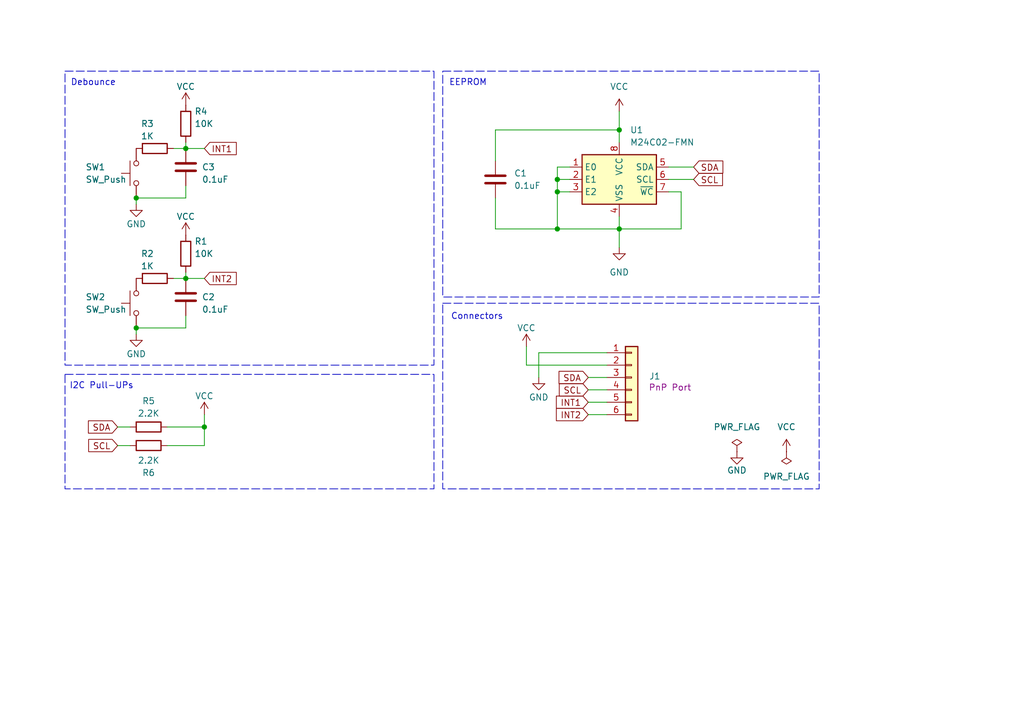
<source format=kicad_sch>
(kicad_sch (version 20231120) (generator "eeschema") (generator_version "8.0")
  (paper "A5")
  (title_block (title "PlugAndPlay 2 Buttons Input") (date "2025-05-18") (rev "2") (company "A.B. Yazamut"))
  (lib_symbols
    (symbol "Connector_Generic:Conn_01x06" (pin_names (offset 1.016) hide)
      (property "Reference" "J" (at 0 7.62 0))
      (property "Value" "Conn_01x06" (at 0 -10.16 0))
      (symbol "Conn_01x06_1_1"
        (rectangle (start -1.27 -7.493) (end 0 -7.747) (stroke (width 0.1524)))
        (rectangle (start -1.27 -4.953) (end 0 -5.207) (stroke (width 0.1524)))
        (rectangle (start -1.27 -2.413) (end 0 -2.667) (stroke (width 0.1524)))
        (rectangle (start -1.27 0.127) (end 0 -0.127) (stroke (width 0.1524)))
        (rectangle (start -1.27 2.667) (end 0 2.413) (stroke (width 0.1524)))
        (rectangle (start -1.27 5.207) (end 0 4.953) (stroke (width 0.1524)))
        (rectangle (start -1.27 6.35) (end 1.27 -8.89) (stroke (width 0.254)) (fill (type background)))
        (pin passive line (at -5.08 5.08 0) (length 3.81) (name "Pin_1") (number "1"))
        (pin passive line (at -5.08 2.54 0) (length 3.81) (name "Pin_2") (number "2"))
        (pin passive line (at -5.08 0 0) (length 3.81) (name "Pin_3") (number "3"))
        (pin passive line (at -5.08 -2.54 0) (length 3.81) (name "Pin_4") (number "4"))
        (pin passive line (at -5.08 -5.08 0) (length 3.81) (name "Pin_5") (number "5"))
        (pin passive line (at -5.08 -7.62 0) (length 3.81) (name "Pin_6") (number "6"))
      )
    )
    (symbol "Device:C" (pin_numbers hide) (pin_names (offset 0.254))
      (property "Reference" "C" (at 0.635 2.54 0))
      (property "Value" "C" (at 0.635 -2.54 0))
      (symbol "C_0_1"
        (polyline (pts (xy -2.032 -0.762) (xy 2.032 -0.762)) (stroke (width 0.508)))
        (polyline (pts (xy -2.032 0.762) (xy 2.032 0.762)) (stroke (width 0.508)))
      )
      (symbol "C_1_1"
        (pin passive line (at 0 3.81 270) (length 2.794) (name "~") (number "1"))
        (pin passive line (at 0 -3.81 90) (length 2.794) (name "~") (number "2"))
      )
    )
    (symbol "Device:R" (pin_numbers hide) (pin_names (offset 0))
      (property "Reference" "R" (at 2.032 0 90))
      (property "Value" "R" (at 0 0 90))
      (symbol "R_0_1"
        (rectangle (start -1.016 -2.54) (end 1.016 2.54) (stroke (width 0.254)))
      )
      (symbol "R_1_1"
        (pin passive line (at 0 3.81 270) (length 1.27) (name "~") (number "1"))
        (pin passive line (at 0 -3.81 90) (length 1.27) (name "~") (number "2"))
      )
    )
    (symbol "Memory_EEPROM:M24C02-FMN"
      (property "Reference" "U" (at -6.35 6.35 0))
      (property "Value" "M24C02-FMN" (at 7.62 6.35 0))
      (symbol "M24C02-FMN_0_1"
        (rectangle (start -7.62 5.08) (end 7.62 -5.08) (stroke (width 0.254)) (fill (type background)))
      )
      (symbol "M24C02-FMN_1_1"
        (pin input line (at -10.16 2.54 0) (length 2.54) (name "E0") (number "1"))
        (pin input line (at -10.16 0 0) (length 2.54) (name "E1") (number "2"))
        (pin input line (at -10.16 -2.54 0) (length 2.54) (name "E2") (number "3"))
        (pin power_in line (at 0 -7.62 90) (length 2.54) (name "VSS") (number "4"))
        (pin bidirectional line (at 10.16 2.54 180) (length 2.54) (name "SDA") (number "5"))
        (pin input line (at 10.16 0 180) (length 2.54) (name "SCL") (number "6"))
        (pin input line (at 10.16 -2.54 180) (length 2.54) (name "~{WC}") (number "7"))
        (pin power_in line (at 0 7.62 270) (length 2.54) (name "VCC") (number "8"))
      )
    )
    (symbol "Switch:SW_Push" (pin_numbers hide) (pin_names (offset 1.016) hide)
      (property "Reference" "SW" (at 1.27 2.54 0))
      (property "Value" "SW_Push" (at 0 -1.524 0))
      (symbol "SW_Push_0_1"
        (circle (center -2.032 0) (radius 0.508))
        (polyline (pts (xy 0 1.27) (xy 0 3.048)))
        (polyline (pts (xy 2.54 1.27) (xy -2.54 1.27)))
        (circle (center 2.032 0) (radius 0.508))
        (pin passive line (at -5.08 0 0) (length 2.54) (name "1") (number "1"))
        (pin passive line (at 5.08 0 180) (length 2.54) (name "2") (number "2"))
      )
    )
    (symbol "power:GND" (power) (pin_numbers hide) (pin_names (offset 0) hide)
      (property "Value" "GND" (at 0 -3.81 0))
      (symbol "GND_0_1"
        (polyline (pts (xy 0 0) (xy 0 -1.27) (xy 1.27 -1.27) (xy 0 -2.54) (xy -1.27 -1.27) (xy 0 -1.27)))
      )
      (symbol "GND_1_1"
        (pin power_in line (at 0 0 270) (length 0) (name "~") (number "1"))
      )
    )
    (symbol "power:PWR_FLAG" (power) (pin_numbers hide) (pin_names (offset 0) hide)
      (property "Value" "PWR_FLAG" (at 0 3.81 0))
      (symbol "PWR_FLAG_0_0"
        (pin power_out line (at 0 0 90) (length 0) (name "~") (number "1"))
      )
      (symbol "PWR_FLAG_0_1"
        (polyline (pts (xy 0 0) (xy 0 1.27) (xy -1.016 1.905) (xy 0 2.54) (xy 1.016 1.905) (xy 0 1.27)))
      )
    )
    (symbol "power:VCC" (power) (pin_numbers hide) (pin_names (offset 0) hide)
      (property "Value" "VCC" (at 0 3.556 0))
      (symbol "VCC_0_1"
        (polyline (pts (xy -0.762 1.27) (xy 0 2.54)))
        (polyline (pts (xy 0 0) (xy 0 2.54)))
        (polyline (pts (xy 0 2.54) (xy 0.762 1.27)))
      )
      (symbol "VCC_1_1"
        (pin power_in line (at 0 0 90) (length 0) (name "~") (number "1"))
      )
    )
  )
  (junction (at 114.3 46.99))
  (junction (at 27.94 67.31))
  (junction (at 114.3 36.83))
  (junction (at 38.1 30.48))
  (junction (at 38.1 57.15))
  (junction (at 114.3 39.37))
  (junction (at 127 46.99))
  (junction (at 27.94 40.64))
  (junction (at 41.91 87.63))
  (junction (at 127 26.67))
  (wire (pts (xy 101.6 40.64) (xy 101.6 46.99)))
  (wire (pts (xy 38.1 57.15) (xy 38.1 55.88)))
  (wire (pts (xy 114.3 34.29) (xy 116.84 34.29)))
  (wire (pts (xy 101.6 46.99) (xy 114.3 46.99)))
  (wire (pts (xy 110.49 72.39) (xy 124.46 72.39)))
  (wire (pts (xy 38.1 64.77) (xy 38.1 67.31)))
  (wire (pts (xy 34.29 91.44) (xy 41.91 91.44)))
  (wire (pts (xy 41.91 87.63) (xy 41.91 85.09)))
  (wire (pts (xy 137.16 34.29) (xy 142.24 34.29)))
  (wire (pts (xy 114.3 36.83) (xy 114.3 39.37)))
  (wire (pts (xy 114.3 39.37) (xy 114.3 46.99)))
  (wire (pts (xy 127 46.99) (xy 139.7 46.99)))
  (wire (pts (xy 27.94 41.91) (xy 27.94 40.64)))
  (wire (pts (xy 114.3 46.99) (xy 127 46.99)))
  (wire (pts (xy 116.84 39.37) (xy 114.3 39.37)))
  (wire (pts (xy 38.1 38.1) (xy 38.1 40.64)))
  (wire (pts (xy 35.56 57.15) (xy 38.1 57.15)))
  (wire (pts (xy 24.13 87.63) (xy 26.67 87.63)))
  (wire (pts (xy 116.84 36.83) (xy 114.3 36.83)))
  (wire (pts (xy 101.6 26.67) (xy 127 26.67)))
  (wire (pts (xy 38.1 40.64) (xy 27.94 40.64)))
  (wire (pts (xy 137.16 39.37) (xy 139.7 39.37)))
  (wire (pts (xy 120.65 82.55) (xy 124.46 82.55)))
  (wire (pts (xy 127 46.99) (xy 127 50.8)))
  (wire (pts (xy 127 44.45) (xy 127 46.99)))
  (wire (pts (xy 139.7 39.37) (xy 139.7 46.99)))
  (wire (pts (xy 27.94 68.58) (xy 27.94 67.31)))
  (wire (pts (xy 114.3 36.83) (xy 114.3 34.29)))
  (wire (pts (xy 34.29 87.63) (xy 41.91 87.63)))
  (wire (pts (xy 120.65 77.47) (xy 124.46 77.47)))
  (wire (pts (xy 101.6 33.02) (xy 101.6 26.67)))
  (wire (pts (xy 110.49 72.39) (xy 110.49 77.47)))
  (wire (pts (xy 107.95 74.93) (xy 124.46 74.93)))
  (wire (pts (xy 38.1 30.48) (xy 41.91 30.48)))
  (wire (pts (xy 35.56 30.48) (xy 38.1 30.48)))
  (wire (pts (xy 24.13 91.44) (xy 26.67 91.44)))
  (wire (pts (xy 127 22.86) (xy 127 26.67)))
  (wire (pts (xy 120.65 85.09) (xy 124.46 85.09)))
  (wire (pts (xy 38.1 67.31) (xy 27.94 67.31)))
  (wire (pts (xy 120.65 80.01) (xy 124.46 80.01)))
  (wire (pts (xy 38.1 30.48) (xy 38.1 29.21)))
  (wire (pts (xy 38.1 57.15) (xy 41.91 57.15)))
  (wire (pts (xy 127 26.67) (xy 127 29.21)))
  (wire (pts (xy 107.95 74.93) (xy 107.95 71.12)))
  (wire (pts (xy 41.91 91.44) (xy 41.91 87.63)))
  (wire (pts (xy 137.16 36.83) (xy 142.24 36.83)))
  (rectangle (start 13.335 14.605) (end 89 74.93) (stroke (width 0) (type dash)))
  (rectangle (start 90.8 62.23) (end 168 100.33) (stroke (width 0) (type dash)))
  (rectangle (start 13.335 76.835) (end 89 100.33) (stroke (width 0) (type dash)))
  (rectangle (start 90.8 14.605) (end 168 60.96) (stroke (width 0) (type dash)))
  (text "EEPROM" (at 92.075 17.78 0) (effects (font (size 1.27 1.27)) (justify left bottom)))
  (text "Connectors" (at 92.456 65.786 0) (effects (font (size 1.27 1.27)) (justify left bottom)))
  (text "I2C Pull-UPs" (at 14.224 80.01 0) (effects (font (size 1.27 1.27)) (justify left bottom)))
  (text "Debounce" (at 14.478 17.78 0) (effects (font (size 1.27 1.27)) (justify left bottom)))
  (global_label "SDA" (shape input) (at 120.65 77.47 180) (property "Intersheetrefs" "${INTERSHEET_REFS}" (effects (hide yes))))
  (global_label "SCL" (shape input) (at 142.24 36.83 0) (property "Intersheetrefs" "${INTERSHEET_REFS}" (effects (hide yes))))
  (global_label "INT1" (shape input) (at 120.65 82.55 180) (property "Intersheetrefs" "${INTERSHEET_REFS}" (effects (hide yes))))
  (global_label "INT1" (shape input) (at 41.91 30.48 0) (property "Intersheetrefs" "${INTERSHEET_REFS}" (effects (hide yes))))
  (global_label "SCL" (shape input) (at 120.65 80.01 180) (property "Intersheetrefs" "${INTERSHEET_REFS}" (effects (hide yes))))
  (global_label "SCL" (shape input) (at 24.13 91.44 180) (property "Intersheetrefs" "${INTERSHEET_REFS}" (effects (hide yes))))
  (global_label "INT2" (shape input) (at 41.91 57.15 0) (property "Intersheetrefs" "${INTERSHEET_REFS}" (effects (hide yes))))
  (global_label "SDA" (shape input) (at 24.13 87.63 180) (property "Intersheetrefs" "${INTERSHEET_REFS}" (effects (hide yes))))
  (global_label "SDA" (shape input) (at 142.24 34.29 0) (property "Intersheetrefs" "${INTERSHEET_REFS}" (effects (hide yes))))
  (global_label "INT2" (shape input) (at 120.65 85.09 180) (property "Intersheetrefs" "${INTERSHEET_REFS}" (effects (hide yes))))
  (symbol (lib_id "power:VCC") (at 161.29 92.71 0) (unit 1)
    (property "Reference" "#PWR06" (effects (hide yes)))
    (property "Value" "VCC" (at 161.29 87.63 0))
    (property "Description" "Power symbol creates a global label with name \"VCC\"" (effects (hide yes)))
  )
  (symbol (lib_id "power:VCC") (at 38.1 21.59 0) (mirror y) (unit 1)
    (property "Reference" "#PWR09" (effects (hide yes)))
    (property "Value" "VCC" (at 38.1 17.78 0))
    (property "Description" "Power symbol creates a global label with name \"VCC\"" (effects (hide yes)))
  )
  (symbol (lib_id "power:VCC") (at 127 22.86 0) (unit 1)
    (property "Reference" "#PWR03" (effects (hide yes)))
    (property "Value" "VCC" (at 127 17.78 0))
    (property "Description" "Power symbol creates a global label with name \"VCC\"" (effects (hide yes)))
  )
  (symbol (lib_id "Device:R") (at 30.48 87.63 90) (unit 1)
    (property "Reference" "R5" (at 30.48 82.296 90))
    (property "Value" "2.2K" (at 30.48 84.836 90))
    (property "Footprint" "Resistor_SMD:R_0603_1608Metric" (effects (hide yes)))
    (property "Description" "Resistor" (effects (hide yes)))
    (property "MPN" "C4190" (effects (hide yes)))
    (property "Feeder" "8mm" (effects (hide yes)))
  )
  (symbol (lib_id "power:GND") (at 127 50.8 0) (unit 1)
    (property "Reference" "#PWR04" (effects (hide yes)))
    (property "Value" "GND" (at 127 55.88 0))
    (property "Description" "Power symbol creates a global label with name \"GND\" , ground" (effects (hide yes)))
  )
  (symbol (lib_id "power:PWR_FLAG") (at 151.13 92.71 0) (unit 1)
    (property "Reference" "#FLG01" (effects (hide yes)))
    (property "Value" "PWR_FLAG" (at 151.13 87.63 0))
    (property "Description" "Special symbol for telling ERC where power comes from" (effects (hide yes)))
  )
  (symbol (lib_id "power:GND") (at 110.49 77.47 0) (mirror y) (unit 1)
    (property "Reference" "#PWR01" (effects (hide yes)))
    (property "Value" "GND" (at 110.49 81.534 0))
    (property "Description" "Power symbol creates a global label with name \"GND\" , ground" (effects (hide yes)))
  )
  (symbol (lib_id "Device:R") (at 31.75 30.48 90) (unit 1)
    (property "Reference" "R3" (at 30.226 25.4 90))
    (property "Value" "1K" (at 30.226 27.94 90))
    (property "Footprint" "Resistor_SMD:R_0603_1608Metric" (effects (hide yes)))
    (property "Description" "Resistor" (effects (hide yes)))
    (property "MPN" "C21190" (effects (hide yes)))
    (property "Feeder" "8mm" (effects (hide yes)))
  )
  (symbol (lib_id "power:GND") (at 27.94 68.58 0) (mirror y) (unit 1)
    (property "Reference" "#PWR02" (effects (hide yes)))
    (property "Value" "GND" (at 27.94 72.644 0))
    (property "Description" "Power symbol creates a global label with name \"GND\" , ground" (effects (hide yes)))
  )
  (symbol (lib_id "Device:C") (at 38.1 34.29 0) (unit 1)
    (property "Reference" "C3" (at 41.402 34.29 0) (effects (justify left)))
    (property "Value" "0.1uF" (at 41.402 36.83 0) (effects (justify left)))
    (property "Footprint" "Capacitor_SMD:C_0603_1608Metric" (effects (hide yes)))
    (property "Description" "Unpolarized capacitor" (effects (hide yes)))
    (property "MPN" "C14663" (effects (hide yes)))
    (property "Feeder" "8mm" (effects (hide yes)))
  )
  (symbol (lib_id "power:VCC") (at 41.91 85.09 0) (mirror y) (unit 1)
    (property "Reference" "#PWR010" (effects (hide yes)))
    (property "Value" "VCC" (at 41.91 81.28 0))
    (property "Description" "Power symbol creates a global label with name \"VCC\"" (effects (hide yes)))
  )
  (symbol (lib_id "Device:R") (at 31.75 57.15 90) (unit 1)
    (property "Reference" "R2" (at 30.226 52.07 90))
    (property "Value" "1K" (at 30.226 54.61 90))
    (property "Footprint" "Resistor_SMD:R_0603_1608Metric" (effects (hide yes)))
    (property "Description" "Resistor" (effects (hide yes)))
    (property "MPN" "C21190" (effects (hide yes)))
    (property "Feeder" "8mm" (effects (hide yes)))
  )
  (symbol (lib_id "power:PWR_FLAG") (at 161.29 92.71 0) (mirror x) (unit 1)
    (property "Reference" "#FLG02" (effects (hide yes)))
    (property "Value" "PWR_FLAG" (at 161.29 97.79 0))
    (property "Description" "Special symbol for telling ERC where power comes from" (effects (hide yes)))
  )
  (symbol (lib_id "Device:R") (at 38.1 25.4 0) (unit 1)
    (property "Reference" "R4" (at 39.878 22.86 0) (effects (justify left)))
    (property "Value" "10K" (at 39.878 25.4 0) (effects (justify left)))
    (property "Footprint" "Resistor_SMD:R_0603_1608Metric" (effects (hide yes)))
    (property "Description" "Resistor" (effects (hide yes)))
    (property "MPN" "C25804" (effects (hide yes)))
    (property "Feeder" "8mm" (effects (hide yes)))
  )
  (symbol (lib_id "Device:C") (at 38.1 60.96 0) (unit 1)
    (property "Reference" "C2" (at 41.402 60.96 0) (effects (justify left)))
    (property "Value" "0.1uF" (at 41.402 63.5 0) (effects (justify left)))
    (property "Footprint" "Capacitor_SMD:C_0603_1608Metric" (effects (hide yes)))
    (property "Description" "Unpolarized capacitor" (effects (hide yes)))
    (property "MPN" "C14663" (effects (hide yes)))
    (property "Feeder" "8mm" (effects (hide yes)))
  )
  (symbol (lib_id "power:GND") (at 27.94 41.91 0) (mirror y) (unit 1)
    (property "Reference" "#PWR08" (effects (hide yes)))
    (property "Value" "GND" (at 27.94 45.974 0))
    (property "Description" "Power symbol creates a global label with name \"GND\" , ground" (effects (hide yes)))
  )
  (symbol (lib_id "Device:C") (at 101.6 36.83 0) (unit 1)
    (property "Reference" "C1" (at 105.41 35.56 0) (effects (justify left)))
    (property "Value" "0.1uF" (at 105.41 38.1 0) (effects (justify left)))
    (property "Footprint" "Capacitor_SMD:C_0603_1608Metric" (effects (hide yes)))
    (property "MPN" "C14663" (effects (hide yes)))
    (property "Feeder" "8mm" (effects (hide yes)))
  )
  (symbol (lib_id "power:VCC") (at 38.1 48.26 0) (mirror y) (unit 1)
    (property "Reference" "#PWR07" (effects (hide yes)))
    (property "Value" "VCC" (at 38.1 44.45 0))
    (property "Description" "Power symbol creates a global label with name \"VCC\"" (effects (hide yes)))
  )
  (symbol (lib_id "power:VCC") (at 107.95 71.12 0) (mirror y) (unit 1)
    (property "Reference" "#PWR014" (effects (hide yes)))
    (property "Value" "VCC" (at 107.95 67.31 0))
    (property "Description" "Power symbol creates a global label with name \"VCC\"" (effects (hide yes)))
  )
  (symbol (lib_id "Device:R") (at 30.48 91.44 90) (mirror x) (unit 1)
    (property "Reference" "R6" (at 30.48 97.028 90))
    (property "Value" "2.2K" (at 30.48 94.488 90))
    (property "Footprint" "Resistor_SMD:R_0603_1608Metric" (effects (hide yes)))
    (property "Description" "Resistor" (effects (hide yes)))
    (property "MPN" "C4190" (effects (hide yes)))
    (property "Feeder" "8mm" (effects (hide yes)))
  )
  (symbol (lib_id "power:GND") (at 151.13 92.71 0) (unit 1)
    (property "Reference" "#PWR05" (effects (hide yes)))
    (property "Value" "GND" (at 151.13 96.52 0))
    (property "Description" "Power symbol creates a global label with name \"GND\" , ground" (effects (hide yes)))
  )
  (symbol (lib_id "Memory_EEPROM:M24C02-FMN") (at 127 36.83 0) (unit 1)
    (property "Reference" "U1" (at 129.1941 26.67 0) (effects (justify left)))
    (property "Value" "M24C02-FMN" (at 129.1941 29.21 0) (effects (justify left)))
    (property "Footprint" "Package_SO:SOIC-8_3.9x4.9mm_P1.27mm" (effects (hide yes)))
    (property "Datasheet" "http://www.st.com/content/ccc/resource/technical/document/datasheet/b0/d8/50/40/5a/85/49/6f/DM00071904.pdf/files/DM00071904.pdf/jcr:content/translations/en.DM00071904.pdf" (effects (hide yes)))
    (property "MPN" "C114502" (effects (hide yes)))
    (property "Feeder" "12mm" (effects (hide yes)))
  )
  (symbol (lib_id "Connector_Generic:Conn_01x06") (at 129.54 77.47 0) (unit 1)
    (property "Reference" "J1" (at 133.096 77.216 0) (effects (justify left)))
    (property "Value" "JST_SH_SM06B-SRSS-TB_1x06-1MP_P1.00mm_Horizontal" (effects (hide yes)))
    (property "Footprint" "Connector_JST:JST_SH_SM06B-SRSS-TB_1x06-1MP_P1.00mm_Horizontal" (effects (hide yes)))
    (property "Description" "PnP Port" (at 137.414 79.502 0))
    (property "MPN" "C7430448" (effects (hide yes)))
    (property "Feeder" "16mm" (effects (hide yes)))
  )
  (symbol (lib_id "Switch:SW_Push") (at 27.94 62.23 90) (unit 1)
    (property "Reference" "SW2" (at 17.526 60.96 90) (effects (justify right)))
    (property "Value" "SW_Push" (at 17.526 63.5 90) (effects (justify right)))
    (property "Footprint" "Button_Switch_SMD:SW_Push_1P1T_NO_CK_PTS125Sx43PSMTR" (effects (hide yes)))
    (property "Description" "Push button switch, generic, two pins" (effects (hide yes)))
    (property "MPN" "C19077683" (effects (hide yes)))
  )
  (symbol (lib_id "Switch:SW_Push") (at 27.94 35.56 90) (unit 1)
    (property "Reference" "SW1" (at 17.526 34.29 90) (effects (justify right)))
    (property "Value" "SW_Push" (at 17.526 36.83 90) (effects (justify right)))
    (property "Footprint" "Button_Switch_SMD:SW_Push_1P1T_NO_CK_PTS125Sx43PSMTR" (effects (hide yes)))
    (property "Description" "Push button switch, generic, two pins" (effects (hide yes)))
    (property "MPN" "C19077683" (effects (hide yes)))
  )
  (symbol (lib_id "Device:R") (at 38.1 52.07 0) (unit 1)
    (property "Reference" "R1" (at 39.878 49.53 0) (effects (justify left)))
    (property "Value" "10K" (at 39.878 52.07 0) (effects (justify left)))
    (property "Footprint" "Resistor_SMD:R_0603_1608Metric" (effects (hide yes)))
    (property "Description" "Resistor" (effects (hide yes)))
    (property "MPN" "C25804" (effects (hide yes)))
    (property "Feeder" "8mm" (effects (hide yes)))
  )
)
</source>
